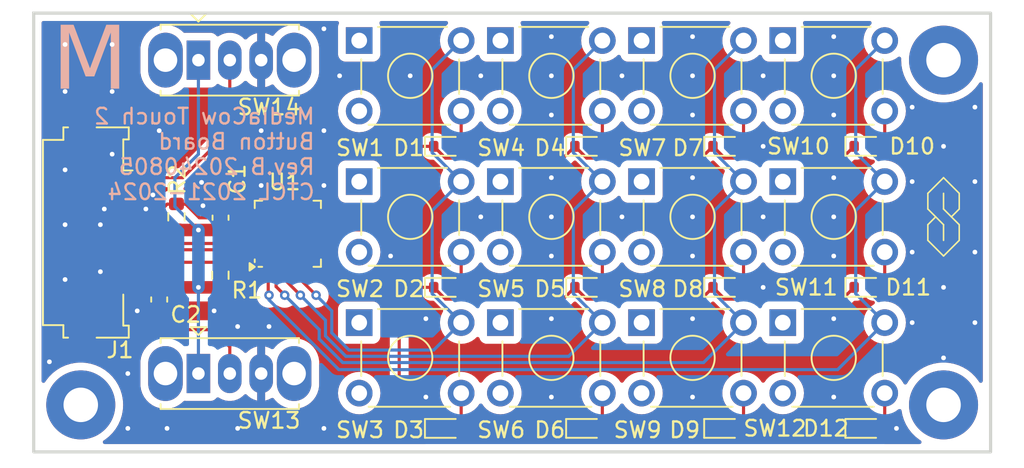
<source format=kicad_pcb>
(kicad_pcb (version 20240108) (generator "pcbnew") (generator_version "8.0")
  (layers (0 "F.Cu" signal) (31 "B.Cu" signal) (34 "B.Paste" user) (35 "F.Paste" user) (36 "B.SilkS" user "B.Silkscreen") (37 "F.SilkS" user "F.Silkscreen") (38 "B.Mask" user) (39 "F.Mask" user) (44 "Edge.Cuts" user))
  (net 0 "")
  (net 1 "GND")
  (net 2 "VCC")
  (net 3 "Net-(D1-A)")
  (net 4 "COL2")
  (net 5 "Net-(D2-A)")
  (net 6 "COL1")
  (net 7 "Net-(D3-A)")
  (net 8 "COL0")
  (net 9 "Net-(D4-A)")
  (net 10 "Net-(D5-A)")
  (net 11 "Net-(D6-A)")
  (net 12 "Net-(D7-A)")
  (net 13 "Net-(D8-A)")
  (net 14 "Net-(D9-A)")
  (net 15 "Net-(D10-A)")
  (net 16 "Net-(D11-A)")
  (net 17 "Net-(D12-A)")
  (net 18 "Net-(J1-Pin_6)")
  (net 19 "Net-(J1-Pin_5)")
  (net 20 "Net-(J1-Pin_2)")
  (net 21 "Net-(J1-Pin_1)")
  (net 22 "Net-(J1-Pin_4)")
  (net 23 "Net-(J1-Pin_7)")
  (net 24 "Net-(U1-ROW7)")
  (net 25 "Net-(U1-ROW6)")
  (net 26 "Net-(U1-ROW5)")
  (net 27 "Net-(U1-ROW4)")
  (footprint "Diode_SMD:D_SOD-523" (layer "F.Cu") (at 75.2 48.5)
    (property "Reference" "D4" (at -2.3 0.1 0) (layer "F.SilkS"))
    (property "Value" "1N4148WT")
    (pad "1" smd roundrect (at -0.7 0 180) (size 0.6 0.7) (layers "F.Cu" "F.Paste" "F.Mask") (net 4 "COL2"))
    (pad "2" smd roundrect (at 0.7 0 180) (size 0.6 0.7) (layers "F.Cu" "F.Paste" "F.Mask") (net 9 "Net-(D4-A)"))
  )
  (footprint "MountingHole:MountingHole_2.2mm_M2_Pad" (layer "F.Cu") (at 98 65)
    (property "Reference" "H3" (hide yes))
    (property "Value" "MountingHole")
    (pad "1" thru_hole circle (at 0 0) (size 4.4 4.4) (drill 2.2) (layers "*.Cu" "*.Mask"))
  )
  (footprint "Diode_SMD:D_SOD-523" (layer "F.Cu") (at 93 48.5)
    (property "Reference" "D10" (at 3 0 0) (layer "F.SilkS"))
    (property "Value" "1N4148WT")
    (pad "1" smd roundrect (at -0.7 0 180) (size 0.6 0.7) (layers "F.Cu" "F.Paste" "F.Mask") (net 4 "COL2"))
    (pad "2" smd roundrect (at 0.7 0 180) (size 0.6 0.7) (layers "F.Cu" "F.Paste" "F.Mask") (net 15 "Net-(D10-A)"))
  )
  (footprint "Diode_SMD:D_SOD-523" (layer "F.Cu") (at 84 57.5)
    (property "Reference" "D8" (at -2.3 0.1 0) (layer "F.SilkS"))
    (property "Value" "1N4148WT")
    (pad "1" smd roundrect (at -0.7 0 180) (size 0.6 0.7) (layers "F.Cu" "F.Paste" "F.Mask") (net 6 "COL1"))
    (pad "2" smd roundrect (at 0.7 0 180) (size 0.6 0.7) (layers "F.Cu" "F.Paste" "F.Mask") (net 13 "Net-(D8-A)"))
  )
  (footprint "mediacow:SW_TH_Tactile_Omron_B3F-10xx_center" (layer "F.Cu") (at 73 62)
    (property "Reference" "SW6" (at -3.2 4.6 0) (layer "F.SilkS"))
    (property "Value" "B3F-1052")
    (pad "1" thru_hole rect (at -3.25 -2.25) (size 1.7 1.7) (drill 1) (layers "*.Cu" "*.Mask") (net 26 "Net-(U1-ROW5)"))
    (pad "1" thru_hole circle (at 3.25 -2.25) (size 1.7 1.7) (drill 1) (layers "*.Cu" "*.Mask") (net 26 "Net-(U1-ROW5)"))
    (pad "2" thru_hole circle (at -3.25 2.25) (size 1.7 1.7) (drill 1) (layers "*.Cu" "*.Mask") (net 11 "Net-(D6-A)"))
    (pad "2" thru_hole circle (at 3.25 2.25) (size 1.7 1.7) (drill 1) (layers "*.Cu" "*.Mask") (net 11 "Net-(D6-A)"))
  )
  (footprint "Diode_SMD:D_SOD-523" (layer "F.Cu") (at 66.2 48.5)
    (property "Reference" "D1" (at -2.3 0.1 0) (layer "F.SilkS"))
    (property "Value" "1N4148WT")
    (pad "1" smd roundrect (at -0.7 0 180) (size 0.6 0.7) (layers "F.Cu" "F.Paste" "F.Mask") (net 4 "COL2"))
    (pad "2" smd roundrect (at 0.7 0 180) (size 0.6 0.7) (layers "F.Cu" "F.Paste" "F.Mask") (net 3 "Net-(D1-A)"))
  )
  (footprint "mediacow:SW_TH_Tactile_Omron_B3F-10xx_center" (layer "F.Cu") (at 73 44)
    (property "Reference" "SW4" (at -3.2 4.6 0) (layer "F.SilkS"))
    (property "Value" "B3F-1052")
    (pad "1" thru_hole rect (at -3.25 -2.25) (size 1.7 1.7) (drill 1) (layers "*.Cu" "*.Mask") (net 26 "Net-(U1-ROW5)"))
    (pad "1" thru_hole circle (at 3.25 -2.25) (size 1.7 1.7) (drill 1) (layers "*.Cu" "*.Mask") (net 26 "Net-(U1-ROW5)"))
    (pad "2" thru_hole circle (at -3.25 2.25) (size 1.7 1.7) (drill 1) (layers "*.Cu" "*.Mask") (net 9 "Net-(D4-A)"))
    (pad "2" thru_hole circle (at 3.25 2.25) (size 1.7 1.7) (drill 1) (layers "*.Cu" "*.Mask") (net 9 "Net-(D4-A)"))
  )
  (footprint "Capacitor_SMD:C_0603_1608Metric" (layer "F.Cu") (at 51.91 53.055 90)
    (property "Reference" "C1" (at 2.455 1.07 -90) (layer "F.SilkS"))
    (property "Value" "100nF")
    (pad "1" smd roundrect (at -0.775 0 90) (size 0.9 0.95) (layers "F.Cu" "F.Paste" "F.Mask") (net 2 "VCC"))
    (pad "2" smd roundrect (at 0.775 0 90) (size 0.9 0.95) (layers "F.Cu" "F.Paste" "F.Mask") (net 1 "GND"))
  )
  (footprint "mediacow:SW_TH_Tactile_Omron_B3F-10xx_center" (layer "F.Cu") (at 91 44)
    (property "Reference" "SW10" (at -2.25 4.5 0) (layer "F.SilkS"))
    (property "Value" "B3F-1052")
    (pad "1" thru_hole rect (at -3.25 -2.25) (size 1.7 1.7) (drill 1) (layers "*.Cu" "*.Mask") (net 24 "Net-(U1-ROW7)"))
    (pad "1" thru_hole circle (at 3.25 -2.25) (size 1.7 1.7) (drill 1) (layers "*.Cu" "*.Mask") (net 24 "Net-(U1-ROW7)"))
    (pad "2" thru_hole circle (at -3.25 2.25) (size 1.7 1.7) (drill 1) (layers "*.Cu" "*.Mask") (net 15 "Net-(D10-A)"))
    (pad "2" thru_hole circle (at 3.25 2.25) (size 1.7 1.7) (drill 1) (layers "*.Cu" "*.Mask") (net 15 "Net-(D10-A)"))
  )
  (footprint "Package_DFN_QFN:Texas_RTW_WQFN-24-1EP_4x4mm_P0.5mm_EP2.7x2.7mm" (layer "F.Cu") (at 56.2 54.08 90)
    (property "Reference" "U1" (at 3.3 -0.2 180) (layer "F.SilkS"))
    (property "Value" "TCA8418")
    (pad "1" smd roundrect (at -1.9625 -1.25 90) (size 0.825 0.25) (layers "F.Cu" "F.Paste" "F.Mask") (net 24 "Net-(U1-ROW7)"))
    (pad "2" smd roundrect (at -1.9625 -0.75 90) (size 0.825 0.25) (layers "F.Cu" "F.Paste" "F.Mask") (net 25 "Net-(U1-ROW6)"))
    (pad "3" smd roundrect (at -1.9625 -0.25 90) (size 0.825 0.25) (layers "F.Cu" "F.Paste" "F.Mask") (net 26 "Net-(U1-ROW5)"))
    (pad "4" smd roundrect (at -1.9625 0.25 90) (size 0.825 0.25) (layers "F.Cu" "F.Paste" "F.Mask") (net 27 "Net-(U1-ROW4)"))
    (pad "5" smd roundrect (at -1.9625 0.75 90) (size 0.825 0.25) (layers "F.Cu" "F.Paste" "F.Mask"))
    (pad "6" smd roundrect (at -1.9625 1.25 90) (size 0.825 0.25) (layers "F.Cu" "F.Paste" "F.Mask"))
    (pad "7" smd roundrect (at -1.25 1.9625 90) (size 0.25 0.825) (layers "F.Cu" "F.Paste" "F.Mask"))
    (pad "8" smd roundrect (at -0.75 1.9625 90) (size 0.25 0.825) (layers "F.Cu" "F.Paste" "F.Mask"))
    (pad "9" smd roundrect (at -0.25 1.9625 90) (size 0.25 0.825) (layers "F.Cu" "F.Paste" "F.Mask") (net 8 "COL0"))
    (pad "10" smd roundrect (at 0.25 1.9625 90) (size 0.25 0.825) (layers "F.Cu" "F.Paste" "F.Mask") (net 6 "COL1"))
    (pad "11" smd roundrect (at 0.75 1.9625 90) (size 0.25 0.825) (layers "F.Cu" "F.Paste" "F.Mask") (net 4 "COL2"))
    (pad "12" smd roundrect (at 1.25 1.9625 90) (size 0.25 0.825) (layers "F.Cu" "F.Paste" "F.Mask"))
    (pad "13" smd roundrect (at 1.9625 1.25 90) (size 0.825 0.25) (layers "F.Cu" "F.Paste" "F.Mask"))
    (pad "14" smd roundrect (at 1.9625 0.75 90) (size 0.825 0.25) (layers "F.Cu" "F.Paste" "F.Mask"))
    (pad "15" smd roundrect (at 1.9625 0.25 90) (size 0.825 0.25) (layers "F.Cu" "F.Paste" "F.Mask"))
    (pad "16" smd roundrect (at 1.9625 -0.25 90) (size 0.825 0.25) (layers "F.Cu" "F.Paste" "F.Mask"))
    (pad "17" smd roundrect (at 1.9625 -0.75 90) (size 0.825 0.25) (layers "F.Cu" "F.Paste" "F.Mask"))
    (pad "18" smd roundrect (at 1.9625 -1.25 90) (size 0.825 0.25) (layers "F.Cu" "F.Paste" "F.Mask"))
    (pad "19" smd roundrect (at 1.25 -1.9625 90) (size 0.25 0.825) (layers "F.Cu" "F.Paste" "F.Mask") (net 1 "GND"))
    (pad "20" smd roundrect (at 0.75 -1.9625 90) (size 0.25 0.825) (layers "F.Cu" "F.Paste" "F.Mask") (net 22 "Net-(J1-Pin_4)"))
    (pad "21" smd roundrect (at 0.25 -1.9625 90) (size 0.25 0.825) (layers "F.Cu" "F.Paste" "F.Mask") (net 2 "VCC"))
    (pad "22" smd roundrect (at -0.25 -1.9625 90) (size 0.25 0.825) (layers "F.Cu" "F.Paste" "F.Mask") (net 19 "Net-(J1-Pin_5)"))
    (pad "23" smd roundrect (at -0.75 -1.9625 90) (size 0.25 0.825) (layers "F.Cu" "F.Paste" "F.Mask") (net 18 "Net-(J1-Pin_6)"))
    (pad "24" smd roundrect (at -1.25 -1.9625 90) (size 0.25 0.825) (layers "F.Cu" "F.Paste" "F.Mask") (net 23 "Net-(J1-Pin_7)"))
    (pad "25" smd rect (at 0 0 90) (size 2.7 2.7) (property pad_prop_heatsink) (layers "F.Cu" "F.Mask"))
  )
  (footprint "Diode_SMD:D_SOD-523" (layer "F.Cu") (at 66.2 66.5)
    (property "Reference" "D3" (at -2.3 0.1 0) (layer "F.SilkS"))
    (property "Value" "1N4148WT")
    (pad "1" smd roundrect (at -0.7 0 180) (size 0.6 0.7) (layers "F.Cu" "F.Paste" "F.Mask") (net 8 "COL0"))
    (pad "2" smd roundrect (at 0.7 0 180) (size 0.6 0.7) (layers "F.Cu" "F.Paste" "F.Mask") (net 7 "Net-(D3-A)"))
  )
  (footprint "mediacow:SW_TH_Tactile_Omron_B3F-10xx_center" (layer "F.Cu") (at 73 53)
    (property "Reference" "SW5" (at -3.2 4.6 0) (layer "F.SilkS"))
    (property "Value" "B3F-1052")
    (pad "1" thru_hole rect (at -3.25 -2.25) (size 1.7 1.7) (drill 1) (layers "*.Cu" "*.Mask") (net 26 "Net-(U1-ROW5)"))
    (pad "1" thru_hole circle (at 3.25 -2.25) (size 1.7 1.7) (drill 1) (layers "*.Cu" "*.Mask") (net 26 "Net-(U1-ROW5)"))
    (pad "2" thru_hole circle (at -3.25 2.25) (size 1.7 1.7) (drill 1) (layers "*.Cu" "*.Mask") (net 10 "Net-(D5-A)"))
    (pad "2" thru_hole circle (at 3.25 2.25) (size 1.7 1.7) (drill 1) (layers "*.Cu" "*.Mask") (net 10 "Net-(D5-A)"))
  )
  (footprint "mediacow:SW_TH_Tactile_Omron_B3F-10xx_center" (layer "F.Cu") (at 82 53)
    (property "Reference" "SW8" (at -3.2 4.6 0) (layer "F.SilkS"))
    (property "Value" "B3F-1052")
    (pad "1" thru_hole rect (at -3.25 -2.25) (size 1.7 1.7) (drill 1) (layers "*.Cu" "*.Mask") (net 25 "Net-(U1-ROW6)"))
    (pad "1" thru_hole circle (at 3.25 -2.25) (size 1.7 1.7) (drill 1) (layers "*.Cu" "*.Mask") (net 25 "Net-(U1-ROW6)"))
    (pad "2" thru_hole circle (at -3.25 2.25) (size 1.7 1.7) (drill 1) (layers "*.Cu" "*.Mask") (net 13 "Net-(D8-A)"))
    (pad "2" thru_hole circle (at 3.25 2.25) (size 1.7 1.7) (drill 1) (layers "*.Cu" "*.Mask") (net 13 "Net-(D8-A)"))
  )
  (footprint "mediacow:SW_Slide_SPDT_Straight_CK_OS102011MS2Q_center" (layer "F.Cu") (at 52.5 43)
    (property "Reference" "SW14" (at 2.5 3 0) (layer "F.SilkS"))
    (property "Value" "OS102011MS2QN1C")
    (pad "" thru_hole oval (at -4.1 0) (size 2.2 3.5) (drill 1.5) (layers "*.Cu" "*.Mask"))
    (pad "" thru_hole oval (at 4.1 0) (size 2.2 3.5) (drill 1.5) (layers "*.Cu" "*.Mask"))
    (pad "1" thru_hole rect (at -2 0) (size 1.5 2.5) (drill 0.8) (layers "*.Cu" "*.Mask") (net 2 "VCC"))
    (pad "2" thru_hole oval (at 0 0) (size 1.5 2.5) (drill 0.8) (layers "*.Cu" "*.Mask") (net 21 "Net-(J1-Pin_1)"))
    (pad "3" thru_hole oval (at 2 0) (size 1.5 2.5) (drill 0.8) (layers "*.Cu" "*.Mask") (net 1 "GND"))
  )
  (footprint "Diode_SMD:D_SOD-523" (layer "F.Cu") (at 93 57.5)
    (property "Reference" "D11" (at 2.75 0 0) (layer "F.SilkS"))
    (property "Value" "1N4148WT")
    (pad "1" smd roundrect (at -0.7 0 180) (size 0.6 0.7) (layers "F.Cu" "F.Paste" "F.Mask") (net 6 "COL1"))
    (pad "2" smd roundrect (at 0.7 0 180) (size 0.6 0.7) (layers "F.Cu" "F.Paste" "F.Mask") (net 16 "Net-(D11-A)"))
  )
  (footprint "Diode_SMD:D_SOD-523" (layer "F.Cu") (at 75.2 66.5)
    (property "Reference" "D6" (at -2.3 0.1 0) (layer "F.SilkS"))
    (property "Value" "1N4148WT")
    (pad "1" smd roundrect (at -0.7 0 180) (size 0.6 0.7) (layers "F.Cu" "F.Paste" "F.Mask") (net 8 "COL0"))
    (pad "2" smd roundrect (at 0.7 0 180) (size 0.6 0.7) (layers "F.Cu" "F.Paste" "F.Mask") (net 11 "Net-(D6-A)"))
  )
  (footprint "mediacow:SW_TH_Tactile_Omron_B3F-10xx_center" (layer "F.Cu") (at 82 62)
    (property "Reference" "SW9" (at -3.5 4.6 0) (layer "F.SilkS"))
    (property "Value" "B3F-1052")
    (pad "1" thru_hole rect (at -3.25 -2.25) (size 1.7 1.7) (drill 1) (layers "*.Cu" "*.Mask") (net 25 "Net-(U1-ROW6)"))
    (pad "1" thru_hole circle (at 3.25 -2.25) (size 1.7 1.7) (drill 1) (layers "*.Cu" "*.Mask") (net 25 "Net-(U1-ROW6)"))
    (pad "2" thru_hole circle (at -3.25 2.25) (size 1.7 1.7) (drill 1) (layers "*.Cu" "*.Mask") (net 14 "Net-(D9-A)"))
    (pad "2" thru_hole circle (at 3.25 2.25) (size 1.7 1.7) (drill 1) (layers "*.Cu" "*.Mask") (net 14 "Net-(D9-A)"))
  )
  (footprint "Diode_SMD:D_SOD-523" (layer "F.Cu") (at 84 48.5)
    (property "Reference" "D7" (at -2.3 0.1 0) (layer "F.SilkS"))
    (property "Value" "1N4148WT")
    (pad "1" smd roundrect (at -0.7 0 180) (size 0.6 0.7) (layers "F.Cu" "F.Paste" "F.Mask") (net 4 "COL2"))
    (pad "2" smd roundrect (at 0.7 0 180) (size 0.6 0.7) (layers "F.Cu" "F.Paste" "F.Mask") (net 12 "Net-(D7-A)"))
  )
  (footprint "mediacow:SW_Slide_SPDT_Straight_CK_OS102011MS2Q_center" (layer "F.Cu") (at 52.5 63)
    (property "Reference" "SW13" (at 2.5 3 0) (layer "F.SilkS"))
    (property "Value" "OS102011MS2QN1C")
    (pad "" thru_hole oval (at -4.1 0) (size 2.2 3.5) (drill 1.5) (layers "*.Cu" "*.Mask"))
    (pad "" thru_hole oval (at 4.1 0) (size 2.2 3.5) (drill 1.5) (layers "*.Cu" "*.Mask"))
    (pad "1" thru_hole rect (at -2 0) (size 1.5 2.5) (drill 0.8) (layers "*.Cu" "*.Mask") (net 2 "VCC"))
    (pad "2" thru_hole oval (at 0 0) (size 1.5 2.5) (drill 0.8) (layers "*.Cu" "*.Mask") (net 20 "Net-(J1-Pin_2)"))
    (pad "3" thru_hole oval (at 2 0) (size 1.5 2.5) (drill 0.8) (layers "*.Cu" "*.Mask") (net 1 "GND"))
  )
  (footprint "mediacow:SW_TH_Tactile_Omron_B3F-10xx_center" (layer "F.Cu") (at 82 44)
    (property "Reference" "SW7" (at -3.2 4.6 0) (layer "F.SilkS"))
    (property "Value" "B3F-1052")
    (pad "1" thru_hole rect (at -3.25 -2.25) (size 1.7 1.7) (drill 1) (layers "*.Cu" "*.Mask") (net 25 "Net-(U1-ROW6)"))
    (pad "1" thru_hole circle (at 3.25 -2.25) (size 1.7 1.7) (drill 1) (layers "*.Cu" "*.Mask") (net 25 "Net-(U1-ROW6)"))
    (pad "2" thru_hole circle (at -3.25 2.25) (size 1.7 1.7) (drill 1) (layers "*.Cu" "*.Mask") (net 12 "Net-(D7-A)"))
    (pad "2" thru_hole circle (at 3.25 2.25) (size 1.7 1.7) (drill 1) (layers "*.Cu" "*.Mask") (net 12 "Net-(D7-A)"))
  )
  (footprint "mediacow:SW_TH_Tactile_Omron_B3F-10xx_center" (layer "F.Cu") (at 64 44)
    (property "Reference" "SW1" (at -3.2 4.6 0) (layer "F.SilkS"))
    (property "Value" "B3F-1052")
    (pad "1" thru_hole rect (at -3.25 -2.25) (size 1.7 1.7) (drill 1) (layers "*.Cu" "*.Mask") (net 27 "Net-(U1-ROW4)"))
    (pad "1" thru_hole circle (at 3.25 -2.25) (size 1.7 1.7) (drill 1) (layers "*.Cu" "*.Mask") (net 27 "Net-(U1-ROW4)"))
    (pad "2" thru_hole circle (at -3.25 2.25) (size 1.7 1.7) (drill 1) (layers "*.Cu" "*.Mask") (net 3 "Net-(D1-A)"))
    (pad "2" thru_hole circle (at 3.25 2.25) (size 1.7 1.7) (drill 1) (layers "*.Cu" "*.Mask") (net 3 "Net-(D1-A)"))
  )
  (footprint "Resistor_SMD:R_0603_1608Metric" (layer "F.Cu") (at 49.1 53 90)
    (property "Reference" "R2" (at 2.375 0.05 -90) (layer "F.SilkS"))
    (property "Value" "10K")
    (pad "1" smd roundrect (at -0.825 0 90) (size 0.8 0.95) (layers "F.Cu" "F.Paste" "F.Mask") (net 2 "VCC"))
    (pad "2" smd roundrect (at 0.825 0 90) (size 0.8 0.95) (layers "F.Cu" "F.Paste" "F.Mask") (net 22 "Net-(J1-Pin_4)"))
  )
  (footprint "Diode_SMD:D_SOD-523" (layer "F.Cu") (at 75.2 57.5)
    (property "Reference" "D5" (at -2.3 0.1 0) (layer "F.SilkS"))
    (property "Value" "1N4148WT")
    (pad "1" smd roundrect (at -0.7 0 180) (size 0.6 0.7) (layers "F.Cu" "F.Paste" "F.Mask") (net 6 "COL1"))
    (pad "2" smd roundrect (at 0.7 0 180) (size 0.6 0.7) (layers "F.Cu" "F.Paste" "F.Mask") (net 10 "Net-(D5-A)"))
  )
  (footprint "mediacow:SW_TH_Tactile_Omron_B3F-10xx_center" (layer "F.Cu") (at 64 53)
    (property "Reference" "SW2" (at -3.2 4.6 0) (layer "F.SilkS"))
    (property "Value" "B3F-1052")
    (pad "1" thru_hole rect (at -3.25 -2.25) (size 1.7 1.7) (drill 1) (layers "*.Cu" "*.Mask") (net 27 "Net-(U1-ROW4)"))
    (pad "1" thru_hole circle (at 3.25 -2.25) (size 1.7 1.7) (drill 1) (layers "*.Cu" "*.Mask") (net 27 "Net-(U1-ROW4)"))
    (pad "2" thru_hole circle (at -3.25 2.25) (size 1.7 1.7) (drill 1) (layers "*.Cu" "*.Mask") (net 5 "Net-(D2-A)"))
    (pad "2" thru_hole circle (at 3.25 2.25) (size 1.7 1.7) (drill 1) (layers "*.Cu" "*.Mask") (net 5 "Net-(D2-A)"))
  )
  (footprint "Capacitor_SMD:C_0603_1608Metric" (layer "F.Cu") (at 48 58.275 -90)
    (property "Reference" "C2" (at 0.965 -1.69 0) (layer "F.SilkS"))
    (property "Value" "1uF")
    (pad "1" smd roundrect (at -0.775 0 270) (size 0.9 0.95) (layers "F.Cu" "F.Paste" "F.Mask") (net 2 "VCC"))
    (pad "2" smd roundrect (at 0.775 0 270) (size 0.9 0.95) (layers "F.Cu" "F.Paste" "F.Mask") (net 1 "GND"))
  )
  (footprint "Connector_FFC-FPC:Molex_200528-0080_1x08-1MP_P1.00mm_Horizontal" (layer "F.Cu") (at 44.89 54 -90)
    (property "Reference" "J1" (at 7.5 -0.61 0) (layer "F.SilkS"))
    (property "Value" "Conn_01x08")
    (pad "1" smd rect (at -3.5 -0.91 270) (size 0.4 1) (layers "F.Cu" "F.Paste" "F.Mask") (net 21 "Net-(J1-Pin_1)"))
    (pad "2" smd rect (at -2.5 -0.91 270) (size 0.4 1) (layers "F.Cu" "F.Paste" "F.Mask") (net 20 "Net-(J1-Pin_2)"))
    (pad "3" smd rect (at -1.5 -0.91 270) (size 0.4 1) (layers "F.Cu" "F.Paste" "F.Mask") (net 1 "GND"))
    (pad "4" smd rect (at -0.5 -0.91 270) (size 0.4 1) (layers "F.Cu" "F.Paste" "F.Mask") (net 22 "Net-(J1-Pin_4)"))
    (pad "5" smd rect (at 0.5 -0.91 270) (size 0.4 1) (layers "F.Cu" "F.Paste" "F.Mask") (net 19 "Net-(J1-Pin_5)"))
    (pad "6" smd rect (at 1.5 -0.91 270) (size 0.4 1) (layers "F.Cu" "F.Paste" "F.Mask") (net 18 "Net-(J1-Pin_6)"))
    (pad "7" smd rect (at 2.5 -0.91 270) (size 0.4 1) (layers "F.Cu" "F.Paste" "F.Mask") (net 23 "Net-(J1-Pin_7)"))
    (pad "8" smd rect (at 3.5 -0.91 270) (size 0.4 1) (layers "F.Cu" "F.Paste" "F.Mask") (net 2 "VCC"))
    (pad "MP" smd rect (at -6.3 1.79 270) (size 2 1.3) (layers "F.Cu" "F.Paste" "F.Mask"))
    (pad "MP" smd rect (at 6.3 1.79 270) (size 2 1.3) (layers "F.Cu" "F.Paste" "F.Mask"))
  )
  (footprint "Diode_SMD:D_SOD-523" (layer "F.Cu") (at 93 66.5)
    (property "Reference" "D12" (at -2.5 0 0) (layer "F.SilkS"))
    (property "Value" "1N4148WT")
    (pad "1" smd roundrect (at -0.7 0 180) (size 0.6 0.7) (layers "F.Cu" "F.Paste" "F.Mask") (net 8 "COL0"))
    (pad "2" smd roundrect (at 0.7 0 180) (size 0.6 0.7) (layers "F.Cu" "F.Paste" "F.Mask") (net 17 "Net-(D12-A)"))
  )
  (footprint "mediacow:SW_TH_Tactile_Omron_B3F-10xx_center" (layer "F.Cu") (at 91 53)
    (property "Reference" "SW11" (at -1.75 4.5 0) (layer "F.SilkS"))
    (property "Value" "B3F-1052")
    (pad "1" thru_hole rect (at -3.25 -2.25) (size 1.7 1.7) (drill 1) (layers "*.Cu" "*.Mask") (net 24 "Net-(U1-ROW7)"))
    (pad "1" thru_hole circle (at 3.25 -2.25) (size 1.7 1.7) (drill 1) (layers "*.Cu" "*.Mask") (net 24 "Net-(U1-ROW7)"))
    (pad "2" thru_hole circle (at -3.25 2.25) (size 1.7 1.7) (drill 1) (layers "*.Cu" "*.Mask") (net 16 "Net-(D11-A)"))
    (pad "2" thru_hole circle (at 3.25 2.25) (size 1.7 1.7) (drill 1) (layers "*.Cu" "*.Mask") (net 16 "Net-(D11-A)"))
  )
  (footprint "Resistor_SMD:R_0603_1608Metric" (layer "F.Cu") (at 51.9 56.725 90)
    (property "Reference" "R1" (at -0.965 1.69 180) (layer "F.SilkS"))
    (property "Value" "10K")
    (pad "1" smd roundrect (at -0.825 0 90) (size 0.8 0.95) (layers "F.Cu" "F.Paste" "F.Mask") (net 2 "VCC"))
    (pad "2" smd roundrect (at 0.825 0 90) (size 0.8 0.95) (layers "F.Cu" "F.Paste" "F.Mask") (net 23 "Net-(J1-Pin_7)"))
  )
  (footprint "MountingHole:MountingHole_2.2mm_M2_Pad" (layer "F.Cu") (at 43 65)
    (property "Reference" "H1" (hide yes))
    (property "Value" "MountingHole")
    (pad "1" thru_hole circle (at 0 0) (size 4.4 4.4) (drill 2.2) (layers "*.Cu" "*.Mask"))
  )
  (footprint "mediacow:SW_TH_Tactile_Omron_B3F-10xx_center" (layer "F.Cu") (at 64 62)
    (property "Reference" "SW3" (at -3.2 4.6 0) (layer "F.SilkS"))
    (property "Value" "B3F-1052")
    (pad "1" thru_hole rect (at -3.25 -2.25) (size 1.7 1.7) (drill 1) (layers "*.Cu" "*.Mask") (net 27 "Net-(U1-ROW4)"))
    (pad "1" thru_hole circle (at 3.25 -2.25) (size 1.7 1.7) (drill 1) (layers "*.Cu" "*.Mask") (net 27 "Net-(U1-ROW4)"))
    (pad "2" thru_hole circle (at -3.25 2.25) (size 1.7 1.7) (drill 1) (layers "*.Cu" "*.Mask") (net 7 "Net-(D3-A)"))
    (pad "2" thru_hole circle (at 3.25 2.25) (size 1.7 1.7) (drill 1) (layers "*.Cu" "*.Mask") (net 7 "Net-(D3-A)"))
  )
  (footprint "Diode_SMD:D_SOD-523" (layer "F.Cu") (at 66.2 57.5)
    (property "Reference" "D2" (at -2.3 0.1 0) (layer "F.SilkS"))
    (property "Value" "1N4148WT")
    (pad "1" smd roundrect (at -0.7 0 180) (size 0.6 0.7) (layers "F.Cu" "F.Paste" "F.Mask") (net 6 "COL1"))
    (pad "2" smd roundrect (at 0.7 0 180) (size 0.6 0.7) (layers "F.Cu" "F.Paste" "F.Mask") (net 5 "Net-(D2-A)"))
  )
  (footprint "mediacow:SW_TH_Tactile_Omron_B3F-10xx_center" (layer "F.Cu") (at 91 62)
    (property "Reference" "SW12" (at -3.75 4.5 0) (layer "F.SilkS"))
    (property "Value" "B3F-1052")
    (pad "1" thru_hole rect (at -3.25 -2.25) (size 1.7 1.7) (drill 1) (layers "*.Cu" "*.Mask") (net 24 "Net-(U1-ROW7)"))
    (pad "1" thru_hole circle (at 3.25 -2.25) (size 1.7 1.7) (drill 1) (layers "*.Cu" "*.Mask") (net 24 "Net-(U1-ROW7)"))
    (pad "2" thru_hole circle (at -3.25 2.25) (size 1.7 1.7) (drill 1) (layers "*.Cu" "*.Mask") (net 17 "Net-(D12-A)"))
    (pad "2" thru_hole circle (at 3.25 2.25) (size 1.7 1.7) (drill 1) (layers "*.Cu" "*.Mask") (net 17 "Net-(D12-A)"))
  )
  (footprint "Diode_SMD:D_SOD-523" (layer "F.Cu") (at 84 66.5)
    (property "Reference" "D9" (at -2.5 0.1 0) (layer "F.SilkS"))
    (property "Value" "1N4148WT")
    (pad "1" smd roundrect (at -0.7 0 180) (size 0.6 0.7) (layers "F.Cu" "F.Paste" "F.Mask") (net 8 "COL0"))
    (pad "2" smd roundrect (at 0.7 0 180) (size 0.6 0.7) (layers "F.Cu" "F.Paste" "F.Mask") (net 14 "Net-(D9-A)"))
  )
  (footprint "MountingHole:MountingHole_2.2mm_M2_Pad" (layer "F.Cu") (at 98 43)
    (property "Reference" "H2" (hide yes))
    (property "Value" "MountingHole")
    (pad "1" thru_hole circle (at 0 0) (size 4.4 4.4) (drill 2.2) (layers "*.Cu" "*.Mask"))
  )
  (gr_line (start 98 50.5) (end 97 51.5) (stroke (width 0.1)) (layer "F.SilkS"))
  (gr_line (start 99 51.5) (end 98 50.5) (stroke (width 0.1)) (layer "F.SilkS"))
  (gr_line (start 99 52.5) (end 98.5 53) (stroke (width 0.1)) (layer "F.SilkS"))
  (gr_line (start 97 52.5) (end 98 53.5) (stroke (width 0.1)) (layer "F.SilkS"))
  (gr_line (start 99 54.5) (end 99 53.5) (stroke (width 0.1)) (layer "F.SilkS"))
  (gr_line (start 99 52.5) (end 99 51.5) (stroke (width 0.1)) (layer "F.SilkS"))
  (gr_line (start 97 53.5) (end 97 54.5) (stroke (width 0.1)) (layer "F.SilkS"))
  (gr_line (start 98 53.5) (end 98 54.5) (stroke (width 0.1)) (layer "F.SilkS"))
  (gr_line (start 98 51.5) (end 98 52.5) (stroke (width 0.1)) (layer "F.SilkS"))
  (gr_line (start 97 52.5) (end 97 51.5) (stroke (width 0.1)) (layer "F.SilkS"))
  (gr_line (start 97 53.5) (end 97.5 53) (stroke (width 0.1)) (layer "F.SilkS"))
  (gr_line (start 98 55.5) (end 99 54.5) (stroke (width 0.1)) (layer "F.SilkS"))
  (gr_line (start 97 54.5) (end 98 55.5) (stroke (width 0.1)) (layer "F.SilkS"))
  (gr_line (start 98 52.5) (end 99 53.5) (stroke (width 0.1)) (layer "F.SilkS"))
  (gr_rect (start 40 40) (end 101 68) (stroke (width 0.2)) (fill none) (layer "Edge.Cuts"))
  (gr_text "M" (at 46 45.5 0) (layer "B.SilkS") (effects (font (size 4 4)) (justify left bottom mirror)))
  (gr_text "MediaCow Touch 2\nButton Board\nRev.B 20240805\nCTCL 2021-2024" (at 58 52 0) (layer "B.SilkS") (effects (font (size 1 1)) (justify left bottom mirror)))
  (segment (start 45.8 52.5) (end 44.5 52.5) (width 0.8) (layer "F.Cu") (net 1))
  (segment (start 50.79 52.29) (end 50.8 52.28) (width 0.2) (layer "F.Cu") (net 1))
  (segment (start 47.15 52.5) (end 45.8 52.5) (width 0.8) (layer "F.Cu") (net 1))
  (segment (start 52.94 52.28) (end 53.49 52.83) (width 0.2) (layer "F.Cu") (net 1))
  (segment (start 51.91 52.28) (end 52.94 52.28) (width 0.2) (layer "F.Cu") (net 1))
  (segment (start 50.8 52.28) (end 51.91 52.28) (width 0.8) (layer "F.Cu") (net 1))
  (segment (start 53.49 52.83) (end 54.2375 52.83) (width 0.2) (layer "F.Cu") (net 1))
  (via (at 48 47.5) (size 0.6) (drill 0.3) (layers "F.Cu" "B.Cu") (net 1))
  (via (at 45 42) (size 0.6) (drill 0.3) (layers "F.Cu" "B.Cu") (net 1))
  (via (at 82 50.5) (size 0.6) (drill 0.3) (layers "F.Cu" "B.Cu") (net 1))
  (via (at 82 46.5) (size 0.6) (drill 0.3) (layers "F.Cu" "B.Cu") (net 1))
  (via (at 58.5 66.5) (size 0.6) (drill 0.3) (layers "F.Cu" "B.Cu") (net 1))
  (via (at 65 64.5) (size 0.6) (drill 0.3) (layers "F.Cu" "B.Cu") (net 1))
  (via (at 73 50.5) (size 0.6) (drill 0.3) (layers "F.Cu" "B.Cu") (net 1))
  (via (at 50.79 52.29) (size 0.6) (drill 0.3) (layers "F.Cu" "B.Cu") (net 1))
  (via (at 41 62.25) (size 0.6) (drill 0.3) (layers "F.Cu" "B.Cu") (net 1))
  (via (at 73 59.5) (size 0.6) (drill 0.3) (layers "F.Cu" "B.Cu") (net 1))
  (via (at 73 64.5) (size 0.6) (drill 0.3) (layers "F.Cu" "B.Cu") (net 1))
  (via (at 82 41.5) (size 0.6) (drill 0.3) (layers "F.Cu" "B.Cu") (net 1))
  (via (at 44.25 53.5) (size 0.6) (drill 0.3) (layers "F.Cu" "B.Cu") (net 1))
  (via (at 45 49) (size 0.6) (drill 0.3) (layers "F.Cu" "B.Cu") (net 1))
  (via (at 96 50.75) (size 0.6) (drill 0.3) (layers "F.Cu" "B.Cu") (net 1))
  (via (at 86.5 57.5) (size 0.6) (drill 0.3) (layers "F.Cu" "B.Cu") (net 1))
  (via (at 46.6 59) (size 0.6) (drill 0.3) (layers "F.Cu" "B.Cu") (net 1))
  (via (at 91 55.5) (size 0.6) (drill 0.3) (layers "F.Cu" "B.Cu") (net 1))
  (via (at 91 41.5) (size 0.6) (drill 0.3) (layers "F.Cu" "B.Cu") (net 1))
  (via (at 73 55.5) (size 0.6) (drill 0.3) (layers "F.Cu" "B.Cu") (net 1))
  (via (at 91 50.5) (size 0.6) (drill 0.3) (layers "F.Cu" "B.Cu") (net 1))
  (via (at 42 57) (size 0.6) (drill 0.3) (layers "F.Cu" "B.Cu") (net 1))
  (via (at 91 64.5) (size 0.6) (drill 0.3) (layers "F.Cu" "B.Cu") (net 1))
  (via (at 59.5 44) (size 0.6) (drill 0.3) (layers "F.Cu" "B.Cu") (net 1))
  (via (at 82 55.5) (size 0.6) (drill 0.3) (layers "F.Cu" "B.Cu") (net 1))
  (via (at 91 59.5) (size 0.6) (drill 0.3) (layers "F.Cu" "B.Cu") (net 1))
  (via (at 58.5 51) (size 0.6) (drill 0.3) (layers "F.Cu" "B.Cu") (net 1))
  (via (at 58.5 47.5) (size 0.6) (drill 0.3) (layers "F.Cu" "B.Cu") (net 1))
  (via (at 96 46) (size 0.6) (drill 0.3) (layers "F.Cu" "B.Cu") (net 1))
  (via (at 86.5 48.5) (size 0.6) (drill 0.3) (layers "F.Cu" "B.Cu") (net 1))
  (via (at 58.5 41) (size 0.6) (drill 0.3) (layers "F.Cu" "B.Cu") (net 1))
  (via (at 47.15 52.5) (size 0.6) (drill 0.3) (layers "F.Cu" "B.Cu") (net 1))
  (via (at 73 44) (size 0.6) (drill 0.3) (layers "F.Cu" "B.Cu") (net 1))
  (via (at 73 46.5) (size 0.6) (drill 0.3) (layers "F.Cu" "B.Cu") (net 1))
  (via (at 53 60) (size 0.6) (drill 0.3) (layers "F.Cu" "B.Cu") (net 1))
  (via (at 96 59.75) (size 0.6) (drill 0.3) (layers "F.Cu" "B.Cu") (net 1))
  (via (at 95 66.5) (size 0.6) (drill 0.3) (layers "F.Cu" "B.Cu") (net 1))
  (via (at 47.6 51.6) (size 0.6) (drill 0.3) (layers "F.Cu" "B.Cu") (net 1))
  (via (at 77.5 44) (size 0.6) (drill 0.3) (layers "F.Cu" "B.Cu") (net 1))
  (via (at 65 59.5) (size 0.6) (drill 0.3) (layers "F.Cu" "B.Cu") (net 1))
  (via (at 54.5 47.5) (size 0.6) (drill 0.3) (layers "F.Cu" "B.Cu") (net 1))
  (via (at 73 41.5) (size 0.6) (drill 0.3) (layers "F.Cu" "B.Cu") (net 1))
  (via (at 44.25 56.5) (size 0.6) (drill 0.3) (layers "F.Cu" "B.Cu") (net 1))
  (via (at 42 42) (size 0.6) (drill 0.3) (layers "F.Cu" "B.Cu") (net 1))
  (via (at 98 48.5) (size 0.6) (drill 0.3) (layers "F.Cu" "B.Cu") (net 1))
  (via (at 55 60) (size 0.6) (drill 0.3) (layers "F.Cu" "B.Cu") (net 1))
  (via (at 86.5 53) (size 0.6) (drill 0.3) (layers "F.Cu" "B.Cu") (net 1))
  (via (at 68.5 53) (size 0.6) (drill 0.3) (layers "F.Cu" "B.Cu") (net 1))
  (via (at 44.5 52.5) (size 0.6) (drill 0.3) (layers "F.Cu" "B.Cu") (net 1))
  (via (at 53 66.5) (size 0.6) (drill 0.3) (layers "F.Cu" "B.Cu") (net 1))
  (via (at 82 59.5) (size 0.6) (drill 0.3) (layers "F.Cu" "B.Cu") (net 1))
  (via (at 82 64.5) (size 0.6) (drill 0.3) (layers "F.Cu" "B.Cu") (net 1))
  (via (at 68.5 44) (size 0.6) (drill 0.3) (layers "F.Cu" "B.Cu") (net 1))
  (via (at 98 62) (size 0.6) (drill 0.3) (layers "F.Cu" "B.Cu") (net 1))
  (via (at 86.5 44) (size 0.6) (drill 0.3) (layers "F.Cu" "B.Cu") (net 1))
  (via (at 42 50) (size 0.6) (drill 0.3) (layers "F.Cu" "B.Cu") (net 1))
  (via (at 82 53) (size 0.6) (drill 0.3) (layers "F.Cu" "B.Cu") (net 1))
  (via (at 100 59.75) (size 0.6) (drill 0.3) (layers "F.Cu" "B.Cu") (net 1))
  (via (at 62.75 55.5) (size 0.6) (drill 0.3) (layers "F.Cu" "B.Cu") (net 1))
  (via (at 82 44) (size 0.6) (drill 0.3) (layers "F.Cu" "B.Cu") (net 1))
  (via (at 91 53) (size 0.6) (drill 0.3) (layers "F.Cu" "B.Cu") (net 1))
  (via (at 46 66.5) (size 0.6) (drill 0.3) (layers "F.Cu" "B.Cu") (net 1))
  (via (at 51.5 59) (size 0.6) (drill 0.3) (layers "F.Cu" "B.Cu") (net 1))
  (via (at 96 55.25) (size 0.6) (drill 0.3) (layers "F.Cu" "B.Cu") (net 1))
  (via (at 100 50.75) (size 0.6) (drill 0.3) (layers "F.Cu" "B.Cu") (net 1))
  (via (at 91 44) (size 0.6) (drill 0.3) (layers "F.Cu" "B.Cu") (net 1))
  (via (at 45 45) (size 0.6) (drill 0.3) (layers "F.Cu" "B.Cu") (net 1))
  (via (at 64 44) (size 0.6) (drill 0.3) (layers "F.Cu" "B.Cu") (net 1))
  (via (at 46 63) (size 0.6) (drill 0.3) (layers "F.Cu" "B.Cu") (net 1))
  (via (at 54.5 51) (size 0.6) (drill 0.3) (layers "F.Cu" "B.Cu") (net 1))
  (via (at 42 45) (size 0.6) (drill 0.3) (layers "F.Cu" "B.Cu") (net 1))
  (via (at 77.5 53) (size 0.6) (drill 0.3) (layers "F.Cu" "B.Cu") (net 1))
  (via (at 100 55.25) (size 0.6) (drill 0.3) (layers "F.Cu" "B.Cu") (net 1))
  (via (at 50.7 50.8) (size 0.6) (drill 0.3) (layers "F.Cu" "B.Cu") (net 1))
  (via (at 48.5 66.5) (size 0.6) (drill 0.3) (layers "F.Cu" "B.Cu") (net 1))
  (via (at 73 53) (size 0.6) (drill 0.3) (layers "F.Cu" "B.Cu") (net 1))
  (via (at 42 53.5) (size 0.6) (drill 0.3) (layers "F.Cu" "B.Cu") (net 1))
  (via (at 98 57.5) (size 0.6) (drill 0.3) (layers "F.Cu" "B.Cu") (net 1))
  (via (at 100 46) (size 0.6) (drill 0.3) (layers "F.Cu" "B.Cu") (net 1))
  (via (at 91 46.5) (size 0.6) (drill 0.3) (layers "F.Cu" "B.Cu") (net 1))
  (segment (start 51.85 57.5) (end 51.9 57.55) (width 0.8) (layer "F.Cu") (net 2))
  (segment (start 49.015 53.84) (end 49 53.825) (width 0.8) (layer "F.Cu") (net 2))
  (segment (start 48 57.5) (end 50.5 57.5) (width 0.8) (layer "F.Cu") (net 2))
  (segment (start 51.9 53.84) (end 51.91 53.83) (width 0.2) (layer "F.Cu") (net 2))
  (segment (start 50.5 53.84) (end 51.9 53.84) (width 0.8) (layer "F.Cu") (net 2))
  (segment (start 51.91 53.83) (end 54.2375 53.83) (width 0.2) (layer "F.Cu") (net 2))
  (segment (start 45.8 57.5) (end 48 57.5) (width 0.8) (layer "F.Cu") (net 2))
  (segment (start 51.855 53.875) (end 51.9 53.83) (width 0.2) (layer "F.Cu") (net 2))
  (segment (start 50.5 53.84) (end 49.015 53.84) (width 0.8) (layer "F.Cu") (net 2))
  (segment (start 51.89 53.84) (end 51.9 53.83) (width 0.2) (layer "F.Cu") (net 2))
  (segment (start 50.5 57.5) (end 51.85 57.5) (width 0.8) (layer "F.Cu") (net 2))
  (via (at 50.5 53.84) (size 0.6) (drill 0.3) (layers "F.Cu" "B.Cu") (net 2))
  (via (at 50.5 57.5) (size 0.6) (drill 0.3) (layers "F.Cu" "B.Cu") (net 2))
  (segment (start 50.5 43) (end 50.5 49) (width 0.2) (layer "B.Cu") (net 2))
  (segment (start 49 52.34) (end 50.5 53.84) (width 0.2) (layer "B.Cu") (net 2))
  (segment (start 49 50.5) (end 49 52.34) (width 0.2) (layer "B.Cu") (net 2))
  (segment (start 50.5 57.5) (end 50.5 53.84) (width 0.8) (layer "B.Cu") (net 2))
  (segment (start 50.5 49) (end 49 50.5) (width 0.2) (layer "B.Cu") (net 2))
  (segment (start 50.5 63) (end 50.5 57.5) (width 0.2) (layer "B.Cu") (net 2))
  (segment (start 67.25 46.25) (end 67.25 48.15) (width 0.2) (layer "F.Cu") (net 3))
  (segment (start 67.25 48.15) (end 66.9 48.5) (width 0.2) (layer "F.Cu") (net 3))
  (segment (start 84.05 49.25) (end 91.55 49.25) (width 0.2) (layer "F.Cu") (net 4))
  (segment (start 63.37 53.33) (end 58.1625 53.33) (width 0.2) (layer "F.Cu") (net 4))
  (segment (start 66.25 49.25) (end 73.75 49.25) (width 0.2) (layer "F.Cu") (net 4))
  (segment (start 64.5 48.5) (end 64 49) (width 0.2) (layer "F.Cu") (net 4))
  (segment (start 73.75 49.25) (end 74.5 48.5) (width 0.2) (layer "F.Cu") (net 4))
  (segment (start 74.5 48.5) (end 75.25 49.25) (width 0.2) (layer "F.Cu") (net 4))
  (segment (start 64 52.7) (end 63.37 53.33) (width 0.2) (layer "F.Cu") (net 4))
  (segment (start 75.25 49.25) (end 82.55 49.25) (width 0.2) (layer "F.Cu") (net 4))
  (segment (start 64 49) (end 64 52.7) (width 0.2) (layer "F.Cu") (net 4))
  (segment (start 82.55 49.25) (end 83.3 48.5) (width 0.2) (layer "F.Cu") (net 4))
  (segment (start 91.55 49.25) (end 92.3 48.5) (width 0.2) (layer "F.Cu") (net 4))
  (segment (start 65.5 48.5) (end 66.25 49.25) (width 0.2) (layer "F.Cu") (net 4))
  (segment (start 65.5 48.5) (end 64.5 48.5) (width 0.2) (layer "F.Cu") (net 4))
  (segment (start 83.3 48.5) (end 84.05 49.25) (width 0.2) (layer "F.Cu") (net 4))
  (segment (start 67.25 55.25) (end 67.25 57.15) (width 0.2) (layer "F.Cu") (net 5))
  (segment (start 67.25 57.15) (end 66.9 57.5) (width 0.2) (layer "F.Cu") (net 5))
  (segment (start 91.55 58.25) (end 92.3 57.5) (width 0.2) (layer "F.Cu") (net 6))
  (segment (start 64 56.9) (end 64 54.5) (width 0.2) (layer "F.Cu") (net 6))
  (segment (start 83.3 57.5) (end 84.05 58.25) (width 0.2) (layer "F.Cu") (net 6))
  (segment (start 75.25 58.25) (end 82.55 58.25) (width 0.2) (layer "F.Cu") (net 6))
  (segment (start 64 54.5) (end 63.33 53.83) (width 0.2) (layer "F.Cu") (net 6))
  (segment (start 64.6 57.5) (end 64 56.9) (width 0.2) (layer "F.Cu") (net 6))
  (segment (start 65.5 57.5) (end 66.25 58.25) (width 0.2) (layer "F.Cu") (net 6))
  (segment (start 84.05 58.25) (end 91.55 58.25) (width 0.2) (layer "F.Cu") (net 6))
  (segment (start 66.25 58.25) (end 73.75 58.25) (width 0.2) (layer "F.Cu") (net 6))
  (segment (start 82.55 58.25) (end 83.3 57.5) (width 0.2) (layer "F.Cu") (net 6))
  (segment (start 65.5 57.5) (end 64.6 57.5) (width 0.2) (layer "F.Cu") (net 6))
  (segment (start 73.75 58.25) (end 74.5 57.5) (width 0.2) (layer "F.Cu") (net 6))
  (segment (start 74.5 57.5) (end 75.25 58.25) (width 0.2) (layer "F.Cu") (net 6))
  (segment (start 63.33 53.83) (end 58.1625 53.83) (width 0.2) (layer "F.Cu") (net 6))
  (segment (start 67.25 64.25) (end 67.25 66.15) (width 0.2) (layer "F.Cu") (net 7))
  (segment (start 67.25 66.15) (end 66.9 66.5) (width 0.2) (layer "F.Cu") (net 7))
  (segment (start 60.2 57.3) (end 59.3 56.4) (width 0.2) (layer "F.Cu") (net 8))
  (segment (start 83.3 66.5) (end 84.05 67.25) (width 0.2) (layer "F.Cu") (net 8))
  (segment (start 59.3 54.7) (end 58.93 54.33) (width 0.2) (layer "F.Cu") (net 8))
  (segment (start 66.25 67.25) (end 73.75 67.25) (width 0.2) (layer "F.Cu") (net 8))
  (segment (start 82.55 67.25) (end 83.3 66.5) (width 0.2) (layer "F.Cu") (net 8))
  (segment (start 65.5 66.5) (end 64.7 66.5) (width 0.2) (layer "F.Cu") (net 8))
  (segment (start 63.3 58.5) (end 62.1 57.3) (width 0.2) (layer "F.Cu") (net 8))
  (segment (start 75.25 67.25) (end 82.55 67.25) (width 0.2) (layer "F.Cu") (net 8))
  (segment (start 59.3 56.4) (end 59.3 54.7) (width 0.2) (layer "F.Cu") (net 8))
  (segment (start 74.5 66.5) (end 75.25 67.25) (width 0.2) (layer "F.Cu") (net 8))
  (segment (start 73.75 67.25) (end 74.5 66.5) (width 0.2) (layer "F.Cu") (net 8))
  (segment (start 65.5 66.5) (end 66.25 67.25) (width 0.2) (layer "F.Cu") (net 8))
  (segment (start 64.7 66.5) (end 63.3 65.1) (width 0.2) (layer "F.Cu") (net 8))
  (segment (start 91.55 67.25) (end 92.3 66.5) (width 0.2) (layer "F.Cu") (net 8))
  (segment (start 63.3 65.1) (end 63.3 58.5) (width 0.2) (layer "F.Cu") (net 8))
  (segment (start 58.93 54.33) (end 58.1625 54.33) (width 0.2) (layer "F.Cu") (net 8))
  (segment (start 62.1 57.3) (end 60.2 57.3) (width 0.2) (layer "F.Cu") (net 8))
  (segment (start 84.05 67.25) (end 91.55 67.25) (width 0.2) (layer "F.Cu") (net 8))
  (segment (start 76.25 48.15) (end 76.25 46.25) (width 0.2) (layer "F.Cu") (net 9))
  (segment (start 75.9 48.5) (end 76.25 48.15) (width 0.2) (layer "F.Cu") (net 9))
  (segment (start 76.25 57.15) (end 75.9 57.5) (width 0.2) (layer "F.Cu") (net 10))
  (segment (start 76.25 55.25) (end 76.25 57.15) (width 0.2) (layer "F.Cu") (net 10))
  (segment (start 76.25 66.15) (end 75.9 66.5) (width 0.2) (layer "F.Cu") (net 11))
  (segment (start 76.25 64.25) (end 76.25 66.15) (width 0.2) (layer "F.Cu") (net 11))
  (segment (start 85.25 47.95) (end 85.25 46.25) (width 0.2) (layer "F.Cu") (net 12))
  (segment (start 84.7 48.5) (end 85.25 47.95) (width 0.2) (layer "F.Cu") (net 12))
  (segment (start 85.25 56.95) (end 84.7 57.5) (width 0.2) (layer "F.Cu") (net 13))
  (segment (start 85.25 55.25) (end 85.25 56.95) (width 0.2) (layer "F.Cu") (net 13))
  (segment (start 85.25 64.25) (end 85.25 65.95) (width 0.2) (layer "F.Cu") (net 14))
  (segment (start 85.25 65.95) (end 84.7 66.5) (width 0.2) (layer "F.Cu") (net 14))
  (segment (start 94.25 47.95) (end 93.7 48.5) (width 0.2) (layer "F.Cu") (net 15))
  (segment (start 94.25 46.25) (end 94.25 47.95) (width 0.2) (layer "F.Cu") (net 15))
  (segment (start 94.25 56.95) (end 93.7 57.5) (width 0.2) (layer "F.Cu") (net 16))
  (segment (start 94.25 55.25) (end 94.25 56.95) (width 0.2) (layer "F.Cu") (net 16))
  (segment (start 94.25 64.25) (end 94.25 65.95) (width 0.2) (layer "F.Cu") (net 17))
  (segment (start 94.25 65.95) (end 93.7 66.5) (width 0.2) (layer "F.Cu") (net 17))
  (segment (start 54.2375 54.83) (end 53.37 54.83) (width 0.2) (layer "F.Cu") (net 18))
  (segment (start 47.03 55.5) (end 45.8 55.5) (width 0.2) (layer "F.Cu") (net 18))
  (segment (start 53.37 54.83) (end 53.1 55.1) (width 0.2) (layer "F.Cu") (net 18))
  (segment (start 53.1 55.1) (end 47.43 55.1) (width 0.2) (layer "F.Cu") (net 18))
  (segment (start 47.43 55.1) (end 47.03 55.5) (width 0.2) (layer "F.Cu") (net 18))
  (segment (start 47.24 54.5) (end 47.44 54.7) (width 0.2) (layer "F.Cu") (net 19))
  (segment (start 45.8 54.5) (end 47.24 54.5) (width 0.2) (layer "F.Cu") (net 19))
  (segment (start 52.9 54.7) (end 53.27 54.33) (width 0.2) (layer "F.Cu") (net 19))
  (segment (start 53.27 54.33) (end 54.2375 54.33) (width 0.2) (layer "F.Cu") (net 19))
  (segment (start 47.44 54.7) (end 52.9 54.7) (width 0.2) (layer "F.Cu") (net 19))
  (segment (start 46.2 60.2) (end 43 57) (width 0.2) (layer "F.Cu") (net 20))
  (segment (start 51.4 60.2) (end 46.2 60.2) (width 0.2) (layer "F.Cu") (net 20))
  (segment (start 43 57) (end 43 52.5) (width 0.2) (layer "F.Cu") (net 20))
  (segment (start 52.5 61.3) (end 51.4 60.2) (width 0.2) (layer "F.Cu") (net 20))
  (segment (start 52.5 63) (end 52.5 61.3) (width 0.2) (layer "F.Cu") (net 20))
  (segment (start 44 51.5) (end 45.8 51.5) (width 0.2) (layer "F.Cu") (net 20))
  (segment (start 43 52.5) (end 44 51.5) (width 0.2) (layer "F.Cu") (net 20))
  (segment (start 52.5 43) (end 52.5 47.5) (width 0.2) (layer "F.Cu") (net 21))
  (segment (start 52.5 47.5) (end 49.5 50.5) (width 0.2) (layer "F.Cu") (net 21))
  (segment (start 49.5 50.5) (end 45.8 50.5) (width 0.2) (layer "F.Cu") (net 21))
  (segment (start 49.69 52.19) (end 48.51 52.19) (width 0.2) (layer "F.Cu") (net 22))
  (segment (start 53.34 53.33) (end 53.07 53.06) (width 0.2) (layer "F.Cu") (net 22))
  (segment (start 47.2 53.5) (end 45.8 53.5) (width 0.2) (layer "F.Cu") (net 22))
  (segment (start 50.56 53.06) (end 49.69 52.19) (width 0.2) (layer "F.Cu") (net 22))
  (segment (start 53.07 53.06) (end 50.56 53.06) (width 0.2) (layer "F.Cu") (net 22))
  (segment (start 54.2375 53.33) (end 53.34 53.33) (width 0.2) (layer "F.Cu") (net 22))
  (segment (start 48.51 52.19) (end 47.2 53.5) (width 0.2) (layer "F.Cu") (net 22))
  (segment (start 47.2 56.5) (end 47.8 55.9) (width 0.2) (layer "F.Cu") (net 23))
  (segment (start 45.8 56.5) (end 47.2 56.5) (width 0.2) (layer "F.Cu") (net 23))
  (segment (start 47.8 55.9) (end 53.1 55.9) (width 0.2) (layer "F.Cu") (net 23))
  (segment (start 53.67 55.33) (end 54.2375 55.33) (width 0.2) (layer "F.Cu") (net 23))
  (segment (start 53.1 55.9) (end 53.67 55.33) (width 0.2) (layer "F.Cu") (net 23))
  (segment (start 54.95 57.95) (end 55 58) (width 0.2) (layer "F.Cu") (net 24))
  (segment (start 54.95 56.0425) (end 54.95 57.95) (width 0.2) (layer "F.Cu") (net 24))
  (segment (start 54.95 56.55) (end 54.95 56.0425) (width 0.2) (layer "F.Cu") (net 24))
  (via (at 55 58) (size 0.6) (drill 0.3) (layers "F.Cu" "B.Cu") (net 24))
  (segment (start 91.25 62.75) (end 94.25 59.75) (width 0.2) (layer "B.Cu") (net 24))
  (segment (start 59.45 62.75) (end 91.25 62.75) (width 0.2) (layer "B.Cu") (net 24))
  (segment (start 92.4 57.9) (end 92.4 52.6) (width 0.2) (layer "B.Cu") (net 24))
  (segment (start 55 58) (end 55 58.3) (width 0.2) (layer "B.Cu") (net 24))
  (segment (start 94.25 59.75) (end 92.4 57.9) (width 0.2) (layer "B.Cu") (net 24))
  (segment (start 92.4 48.9) (end 92.4 43.6) (width 0.2) (layer "B.Cu") (net 24))
  (segment (start 92.4 43.6) (end 94.25 41.75) (width 0.2) (layer "B.Cu") (net 24))
  (segment (start 55 58.3) (end 59.45 62.75) (width 0.2) (layer "B.Cu") (net 24))
  (segment (start 92.4 52.6) (end 94.25 50.75) (width 0.2) (layer "B.Cu") (net 24))
  (segment (start 94.25 50.75) (end 92.4 48.9) (width 0.2) (layer "B.Cu") (net 24))
  (segment (start 55.45 57.45) (end 55.45 56.0425) (width 0.2) (layer "F.Cu") (net 25))
  (segment (start 56 58) (end 55.45 57.45) (width 0.2) (layer "F.Cu") (net 25))
  (via (at 56 58) (size 0.6) (drill 0.3) (layers "F.Cu" "B.Cu") (net 25))
  (segment (start 85.25 59.75) (end 83.4 57.9) (width 0.2) (layer "B.Cu") (net 25))
  (segment (start 58.2 60.8) (end 59.7 62.3) (width 0.2) (layer "B.Cu") (net 25))
  (segment (start 58.2 60.2) (end 58.2 60.8) (width 0.2) (layer "B.Cu") (net 25))
  (segment (start 83.4 48.9) (end 83.4 43.6) (width 0.2) (layer "B.Cu") (net 25))
  (segment (start 83.4 57.9) (end 83.4 52.6) (width 0.2) (layer "B.Cu") (net 25))
  (segment (start 83.4 43.6) (end 85.25 41.75) (width 0.2) (layer "B.Cu") (net 25))
  (segment (start 83.4 52.6) (end 85.25 50.75) (width 0.2) (layer "B.Cu") (net 25))
  (segment (start 82.7 62.3) (end 85.25 59.75) (width 0.2) (layer "B.Cu") (net 25))
  (segment (start 85.25 50.75) (end 83.4 48.9) (width 0.2) (layer "B.Cu") (net 25))
  (segment (start 56 58) (end 58.2 60.2) (width 0.2) (layer "B.Cu") (net 25))
  (segment (start 59.7 62.3) (end 82.7 62.3) (width 0.2) (layer "B.Cu") (net 25))
  (segment (start 55.95 56.95) (end 55.95 56.0425) (width 0.2) (layer "F.Cu") (net 26))
  (segment (start 57 58) (end 55.95 56.95) (width 0.2) (layer "F.Cu") (net 26))
  (via (at 57 58) (size 0.6) (drill 0.3) (layers "F.Cu" "B.Cu") (net 26))
  (segment (start 74.1 61.9) (end 76.25 59.75) (width 0.2) (layer "B.Cu") (net 26))
  (segment (start 76.25 59.75) (end 74.4 57.9) (width 0.2) (layer "B.Cu") (net 26))
  (segment (start 76.25 50.75) (end 74.4 48.9) (width 0.2) (layer "B.Cu") (net 26))
  (segment (start 57 58) (end 58.6 59.6) (width 0.2) (layer "B.Cu") (net 26))
  (segment (start 74.4 48.9) (end 74.4 43.6) (width 0.2) (layer "B.Cu") (net 26))
  (segment (start 58.6 60.6) (end 59.9 61.9) (width 0.2) (layer "B.Cu") (net 26))
  (segment (start 74.4 43.6) (end 76.25 41.75) (width 0.2) (layer "B.Cu") (net 26))
  (segment (start 59.9 61.9) (end 74.1 61.9) (width 0.2) (layer "B.Cu") (net 26))
  (segment (start 74.4 52.6) (end 76.25 50.75) (width 0.2) (layer "B.Cu") (net 26))
  (segment (start 74.4 57.9) (end 74.4 52.6) (width 0.2) (layer "B.Cu") (net 26))
  (segment (start 58.6 59.6) (end 58.6 60.6) (width 0.2) (layer "B.Cu") (net 26))
  (segment (start 56.7 57) (end 57 57) (width 0.2) (layer "F.Cu") (net 27))
  (segment (start 56.45 56.75) (end 56.7 57) (width 0.2) (layer "F.Cu") (net 27))
  (segment (start 57 57) (end 58 58) (width 0.2) (layer "F.Cu") (net 27))
  (segment (start 56.45 56.0425) (end 56.45 56.75) (width 0.2) (layer "F.Cu") (net 27))
  (via (at 58 58) (size 0.6) (drill 0.3) (layers "F.Cu" "B.Cu") (net 27))
  (segment (start 60.1 61.5) (end 65.5 61.5) (width 0.2) (layer "B.Cu") (net 27))
  (segment (start 59 60.4) (end 60.1 61.5) (width 0.2) (layer "B.Cu") (net 27))
  (segment (start 58 58) (end 59 59) (width 0.2) (layer "B.Cu") (net 27))
  (segment (start 67.25 50.75) (end 65.4 48.9) (width 0.2) (layer "B.Cu") (net 27))
  (segment (start 67.25 59.75) (end 65.4 57.9) (width 0.2) (layer "B.Cu") (net 27))
  (segment (start 65.4 48.9) (end 65.4 43.6) (width 0.2) (layer "B.Cu") (net 27))
  (segment (start 59 59) (end 59 60.4) (width 0.2) (layer "B.Cu") (net 27))
  (segment (start 65.4 43.6) (end 67.25 41.75) (width 0.2) (layer "B.Cu") (net 27))
  (segment (start 65.4 52.6) (end 67.25 50.75) (width 0.2) (layer "B.Cu") (net 27))
  (segment (start 65.4 57.9) (end 65.4 52.6) (width 0.2) (layer "B.Cu") (net 27))
  (segment (start 65.5 61.5) (end 67.25 59.75) (width 0.2) (layer "B.Cu") (net 27))
  (zone (net 1) (net_name "GND") (layers "F&B.Cu") (connect_pads (clearance 0.5)) (min_thickness 0.25) (fill yes (thermal_gap 0.5) (thermal_bridge_width 0.5))
    (polygon (pts (xy 102 39.5) (xy 39.5 39.5) (xy 39.5 68.5) (xy 102 68.5)))
  )
)
</source>
